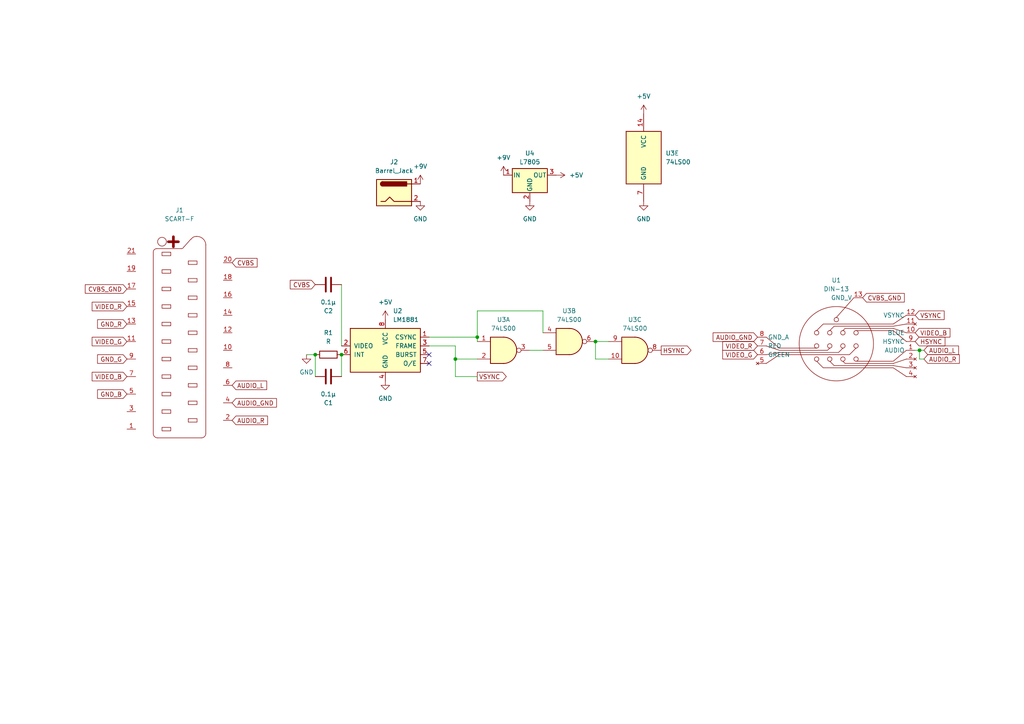
<source format=kicad_sch>
(kicad_sch (version 20230121) (generator eeschema)
  (paper "A4")
  (lib_symbols
    (symbol "74xx:74LS00" (pin_names (offset 1.016))
      (property "Reference" "U" (at 0 1.27 0))
      (property "Value" "74LS00" (at 0 -1.27 0))
      (symbol "74LS00_1_1"
        (arc (start 0 -3.81) (mid 3.7934 0) (end 0 3.81) (stroke (width 0.254)) (fill (type background)))
        (polyline (pts (xy 0 3.81) (xy -3.81 3.81) (xy -3.81 -3.81) (xy 0 -3.81)) (stroke (width 0.254)) (fill (type background)))
        (pin input line (at -7.62 2.54 0) (length 3.81) (name "~") (number "1"))
        (pin input line (at -7.62 -2.54 0) (length 3.81) (name "~") (number "2"))
        (pin output inverted (at 7.62 0 180) (length 3.81) (name "~") (number "3"))
      )
      (symbol "74LS00_1_2"
        (arc (start -3.81 -3.81) (mid -2.589 0) (end -3.81 3.81) (stroke (width 0.254)))
        (arc (start -0.6096 -3.81) (mid 2.1842 -2.5851) (end 3.81 0) (stroke (width 0.254)) (fill (type background)))
        (polyline (pts (xy -3.81 -3.81) (xy -0.635 -3.81)) (stroke (width 0.254)) (fill (type background)))
        (polyline (pts (xy -3.81 3.81) (xy -0.635 3.81)) (stroke (width 0.254)) (fill (type background)))
        (polyline (pts (xy -0.635 3.81) (xy -3.81 3.81) (xy -3.81 3.81) (xy -3.556 3.4036) (xy -3.0226 2.2606) (xy -2.6924 1.0414) (xy -2.6162 -0.254) (xy -2.7686 -1.4986) (xy -3.175 -2.7178) (xy -3.81 -3.81) (xy -3.81 -3.81) (xy -0.635 -3.81)) (stroke (width -25.4)) (fill (type background)))
        (arc (start 3.81 0) (mid 2.1915 2.5936) (end -0.6096 3.81) (stroke (width 0.254)) (fill (type background)))
        (pin input inverted (at -7.62 2.54 0) (length 4.318) (name "~") (number "1"))
        (pin input inverted (at -7.62 -2.54 0) (length 4.318) (name "~") (number "2"))
        (pin output line (at 7.62 0 180) (length 3.81) (name "~") (number "3"))
      )
      (symbol "74LS00_2_1"
        (arc (start 0 -3.81) (mid 3.7934 0) (end 0 3.81) (stroke (width 0.254)) (fill (type background)))
        (polyline (pts (xy 0 3.81) (xy -3.81 3.81) (xy -3.81 -3.81) (xy 0 -3.81)) (stroke (width 0.254)) (fill (type background)))
        (pin input line (at -7.62 2.54 0) (length 3.81) (name "~") (number "4"))
        (pin input line (at -7.62 -2.54 0) (length 3.81) (name "~") (number "5"))
        (pin output inverted (at 7.62 0 180) (length 3.81) (name "~") (number "6"))
      )
      (symbol "74LS00_2_2"
        (arc (start -3.81 -3.81) (mid -2.589 0) (end -3.81 3.81) (stroke (width 0.254)))
        (arc (start -0.6096 -3.81) (mid 2.1842 -2.5851) (end 3.81 0) (stroke (width 0.254)) (fill (type background)))
        (polyline (pts (xy -3.81 -3.81) (xy -0.635 -3.81)) (stroke (width 0.254)) (fill (type background)))
        (polyline (pts (xy -3.81 3.81) (xy -0.635 3.81)) (stroke (width 0.254)) (fill (type background)))
        (polyline (pts (xy -0.635 3.81) (xy -3.81 3.81) (xy -3.81 3.81) (xy -3.556 3.4036) (xy -3.0226 2.2606) (xy -2.6924 1.0414) (xy -2.6162 -0.254) (xy -2.7686 -1.4986) (xy -3.175 -2.7178) (xy -3.81 -3.81) (xy -3.81 -3.81) (xy -0.635 -3.81)) (stroke (width -25.4)) (fill (type background)))
        (arc (start 3.81 0) (mid 2.1915 2.5936) (end -0.6096 3.81) (stroke (width 0.254)) (fill (type background)))
        (pin input inverted (at -7.62 2.54 0) (length 4.318) (name "~") (number "4"))
        (pin input inverted (at -7.62 -2.54 0) (length 4.318) (name "~") (number "5"))
        (pin output line (at 7.62 0 180) (length 3.81) (name "~") (number "6"))
      )
      (symbol "74LS00_3_1"
        (arc (start 0 -3.81) (mid 3.7934 0) (end 0 3.81) (stroke (width 0.254)) (fill (type background)))
        (polyline (pts (xy 0 3.81) (xy -3.81 3.81) (xy -3.81 -3.81) (xy 0 -3.81)) (stroke (width 0.254)) (fill (type background)))
        (pin input line (at -7.62 -2.54 0) (length 3.81) (name "~") (number "10"))
        (pin output inverted (at 7.62 0 180) (length 3.81) (name "~") (number "8"))
        (pin input line (at -7.62 2.54 0) (length 3.81) (name "~") (number "9"))
      )
      (symbol "74LS00_3_2"
        (arc (start -3.81 -3.81) (mid -2.589 0) (end -3.81 3.81) (stroke (width 0.254)))
        (arc (start -0.6096 -3.81) (mid 2.1842 -2.5851) (end 3.81 0) (stroke (width 0.254)) (fill (type background)))
        (polyline (pts (xy -3.81 -3.81) (xy -0.635 -3.81)) (stroke (width 0.254)) (fill (type background)))
        (polyline (pts (xy -3.81 3.81) (xy -0.635 3.81)) (stroke (width 0.254)) (fill (type background)))
        (polyline (pts (xy -0.635 3.81) (xy -3.81 3.81) (xy -3.81 3.81) (xy -3.556 3.4036) (xy -3.0226 2.2606) (xy -2.6924 1.0414) (xy -2.6162 -0.254) (xy -2.7686 -1.4986) (xy -3.175 -2.7178) (xy -3.81 -3.81) (xy -3.81 -3.81) (xy -0.635 -3.81)) (stroke (width -25.4)) (fill (type background)))
        (arc (start 3.81 0) (mid 2.1915 2.5936) (end -0.6096 3.81) (stroke (width 0.254)) (fill (type background)))
        (pin input inverted (at -7.62 -2.54 0) (length 4.318) (name "~") (number "10"))
        (pin output line (at 7.62 0 180) (length 3.81) (name "~") (number "8"))
        (pin input inverted (at -7.62 2.54 0) (length 4.318) (name "~") (number "9"))
      )
      (symbol "74LS00_4_1"
        (arc (start 0 -3.81) (mid 3.7934 0) (end 0 3.81) (stroke (width 0.254)) (fill (type background)))
        (polyline (pts (xy 0 3.81) (xy -3.81 3.81) (xy -3.81 -3.81) (xy 0 -3.81)) (stroke (width 0.254)) (fill (type background)))
        (pin output inverted (at 7.62 0 180) (length 3.81) (name "~") (number "11"))
        (pin input line (at -7.62 2.54 0) (length 3.81) (name "~") (number "12"))
        (pin input line (at -7.62 -2.54 0) (length 3.81) (name "~") (number "13"))
      )
      (symbol "74LS00_4_2"
        (arc (start -3.81 -3.81) (mid -2.589 0) (end -3.81 3.81) (stroke (width 0.254)))
        (arc (start -0.6096 -3.81) (mid 2.1842 -2.5851) (end 3.81 0) (stroke (width 0.254)) (fill (type background)))
        (polyline (pts (xy -3.81 -3.81) (xy -0.635 -3.81)) (stroke (width 0.254)) (fill (type background)))
        (polyline (pts (xy -3.81 3.81) (xy -0.635 3.81)) (stroke (width 0.254)) (fill (type background)))
        (polyline (pts (xy -0.635 3.81) (xy -3.81 3.81) (xy -3.81 3.81) (xy -3.556 3.4036) (xy -3.0226 2.2606) (xy -2.6924 1.0414) (xy -2.6162 -0.254) (xy -2.7686 -1.4986) (xy -3.175 -2.7178) (xy -3.81 -3.81) (xy -3.81 -3.81) (xy -0.635 -3.81)) (stroke (width -25.4)) (fill (type background)))
        (arc (start 3.81 0) (mid 2.1915 2.5936) (end -0.6096 3.81) (stroke (width 0.254)) (fill (type background)))
        (pin output line (at 7.62 0 180) (length 3.81) (name "~") (number "11"))
        (pin input inverted (at -7.62 2.54 0) (length 4.318) (name "~") (number "12"))
        (pin input inverted (at -7.62 -2.54 0) (length 4.318) (name "~") (number "13"))
      )
      (symbol "74LS00_5_0"
        (pin power_in line (at 0 12.7 270) (length 5.08) (name "VCC") (number "14"))
        (pin power_in line (at 0 -12.7 90) (length 5.08) (name "GND") (number "7"))
      )
      (symbol "74LS00_5_1"
        (rectangle (start -5.08 7.62) (end 5.08 -7.62) (stroke (width 0.254)) (fill (type background)))
      )
    )
    (symbol "Connector:Barrel_Jack" (pin_names (offset 1.016))
      (property "Reference" "J" (at 0 5.334 0))
      (property "Value" "Barrel_Jack" (at 0 -5.08 0))
      (symbol "Barrel_Jack_0_1"
        (rectangle (start -5.08 3.81) (end 5.08 -3.81) (stroke (width 0.254)) (fill (type background)))
        (arc (start -3.302 3.175) (mid -3.9343 2.54) (end -3.302 1.905) (stroke (width 0.254)))
        (arc (start -3.302 3.175) (mid -3.9343 2.54) (end -3.302 1.905) (stroke (width 0.254)) (fill (type outline)))
        (polyline (pts (xy 5.08 2.54) (xy 3.81 2.54)) (stroke (width 0.254)))
        (polyline (pts (xy -3.81 -2.54) (xy -2.54 -2.54) (xy -1.27 -1.27) (xy 0 -2.54) (xy 2.54 -2.54) (xy 5.08 -2.54)) (stroke (width 0.254)))
        (rectangle (start 3.683 3.175) (end -3.302 1.905) (stroke (width 0.254)) (fill (type outline)))
      )
      (symbol "Barrel_Jack_1_1"
        (pin passive line (at 7.62 2.54 180) (length 2.54) (name "~") (number "1"))
        (pin passive line (at 7.62 -2.54 180) (length 2.54) (name "~") (number "2"))
      )
    )
    (symbol "Connector:SCART-F" (pin_names (offset 0.762) hide)
      (property "Reference" "J" (at 0 31.75 0))
      (property "Value" "SCART-F" (at 1.016 -29.21 0))
      (symbol "SCART-F_0_1"
        (arc (start -7.62 -26.67) (mid -7.248 -27.568) (end -6.35 -27.94))
        (arc (start -6.604 26.9494) (mid -7.3224 26.6518) (end -7.62 25.9334))
        (rectangle (start -5.08 -24.892) (end -2.54 -25.908))
        (rectangle (start -5.08 -19.812) (end -2.54 -20.828))
        (rectangle (start -5.08 -14.732) (end -2.54 -15.748))
        (rectangle (start -5.08 -9.652) (end -2.54 -10.668))
        (rectangle (start -5.08 -4.572) (end -2.54 -5.588))
        (rectangle (start -5.08 0.508) (end -2.54 -0.508))
        (rectangle (start -5.08 5.588) (end -2.54 4.572))
        (rectangle (start -5.08 10.668) (end -2.54 9.652))
        (rectangle (start -5.08 15.748) (end -2.54 14.732))
        (rectangle (start -5.08 20.828) (end -2.54 19.812))
        (rectangle (start -5.08 25.908) (end -2.54 24.892))
        (circle (center -5.08 28.956) (radius 1.27))
        (polyline (pts (xy -7.62 22.86) (xy -7.62 -26.67)))
        (polyline (pts (xy -7.62 22.86) (xy -7.62 24.13)))
        (polyline (pts (xy -7.62 24.6634) (xy -7.62 24.13)))
        (polyline (pts (xy -7.62 24.6634) (xy -7.62 25.9334)))
        (polyline (pts (xy -6.604 26.9494) (xy 0.508 26.9494)))
        (polyline (pts (xy -6.35 -27.94) (xy 6.35 -27.94)))
        (polyline (pts (xy 3.302 29.718) (xy 1.27 27.432)))
        (polyline (pts (xy 4.826 30.48) (xy 5.08 30.48)))
        (polyline (pts (xy 7.62 -26.67) (xy 7.62 28.2194)))
        (arc (start 0.508 26.924) (mid 0.9569 27.0702) (end 1.2192 27.4574))
        (rectangle (start 2.54 -22.352) (end 5.08 -23.368))
        (rectangle (start 2.54 -17.272) (end 5.08 -18.288))
        (rectangle (start 2.54 -12.192) (end 5.08 -13.208))
        (rectangle (start 2.54 -7.112) (end 5.08 -8.128))
        (rectangle (start 2.54 -2.032) (end 5.08 -3.048))
        (rectangle (start 2.54 3.048) (end 5.08 2.032))
        (rectangle (start 2.54 8.128) (end 5.08 7.112))
        (rectangle (start 2.54 13.208) (end 5.08 12.192))
        (rectangle (start 2.54 18.288) (end 5.08 17.272))
        (rectangle (start 2.54 23.368) (end 5.08 22.352))
        (arc (start 4.826 30.48) (mid 3.999 30.2726) (end 3.3782 29.6926))
        (arc (start 6.35 -27.94) (mid 7.248 -27.568) (end 7.62 -26.67))
        (arc (start 7.62 27.94) (mid 6.8761 29.7361) (end 5.08 30.48))
        (text "+" (at -1.778 29.21 0) (effects (font (size 3.81 3.81) bold)))
      )
      (symbol "SCART-F_1_1"
        (pin passive line (at -15.24 -25.4 0) (length 2.54) (name "P1") (number "1"))
        (pin passive line (at 15.24 -2.54 180) (length 2.54) (name "P10") (number "10"))
        (pin passive line (at -15.24 0 0) (length 2.54) (name "P11") (number "11"))
        (pin passive line (at 15.24 2.54 180) (length 2.54) (name "P12") (number "12"))
        (pin passive line (at -15.24 5.08 0) (length 2.54) (name "P13") (number "13"))
        (pin passive line (at 15.24 7.62 180) (length 2.54) (name "P14") (number "14"))
        (pin passive line (at -15.24 10.16 0) (length 2.54) (name "P15") (number "15"))
        (pin passive line (at 15.24 12.7 180) (length 2.54) (name "P16") (number "16"))
        (pin passive line (at -15.24 15.24 0) (length 2.54) (name "P17") (number "17"))
        (pin passive line (at 15.24 17.78 180) (length 2.54) (name "P18") (number "18"))
        (pin passive line (at -15.24 20.32 0) (length 2.54) (name "P19") (number "19"))
        (pin passive line (at 15.24 -22.86 180) (length 2.54) (name "P2") (number "2"))
        (pin passive line (at 15.24 22.86 180) (length 2.54) (name "P20") (number "20"))
        (pin passive line (at -15.24 25.4 0) (length 2.54) (name "P21") (number "21"))
        (pin passive line (at -15.24 -20.32 0) (length 2.54) (name "P3") (number "3"))
        (pin passive line (at 15.24 -17.78 180) (length 2.54) (name "P4") (number "4"))
        (pin passive line (at -15.24 -15.24 0) (length 2.54) (name "P5") (number "5"))
        (pin passive line (at 15.24 -12.7 180) (length 2.54) (name "P6") (number "6"))
        (pin passive line (at -15.24 -10.16 0) (length 2.54) (name "P7") (number "7"))
        (pin passive line (at 15.24 -7.62 180) (length 2.54) (name "P8") (number "8"))
        (pin passive line (at -15.24 -5.08 0) (length 2.54) (name "P9") (number "9"))
      )
    )
    (symbol "Device:C" (pin_numbers hide) (pin_names (offset 0.254))
      (property "Reference" "C" (at 0.635 2.54 0))
      (property "Value" "C" (at 0.635 -2.54 0))
      (symbol "C_0_1"
        (polyline (pts (xy -2.032 -0.762) (xy 2.032 -0.762)) (stroke (width 0.508)))
        (polyline (pts (xy -2.032 0.762) (xy 2.032 0.762)) (stroke (width 0.508)))
      )
      (symbol "C_1_1"
        (pin passive line (at 0 3.81 270) (length 2.794) (name "~") (number "1"))
        (pin passive line (at 0 -3.81 90) (length 2.794) (name "~") (number "2"))
      )
    )
    (symbol "Device:R" (pin_numbers hide) (pin_names (offset 0))
      (property "Reference" "R" (at 2.032 0 90))
      (property "Value" "R" (at 0 0 90))
      (symbol "R_0_1"
        (rectangle (start -1.016 -2.54) (end 1.016 2.54) (stroke (width 0.254)))
      )
      (symbol "R_1_1"
        (pin passive line (at 0 3.81 270) (length 1.27) (name "~") (number "1"))
        (pin passive line (at 0 -3.81 90) (length 1.27) (name "~") (number "2"))
      )
    )
    (symbol "Regulator_Linear:L7805" (pin_names (offset 0.254))
      (property "Reference" "U" (at -3.81 3.175 0))
      (property "Value" "L7805" (at 0 3.175 0))
      (symbol "L7805_0_1"
        (rectangle (start -5.08 1.905) (end 5.08 -5.08) (stroke (width 0.254)) (fill (type background)))
      )
      (symbol "L7805_1_1"
        (pin power_in line (at -7.62 0 0) (length 2.54) (name "IN") (number "1"))
        (pin power_in line (at 0 -7.62 90) (length 2.54) (name "GND") (number "2"))
        (pin power_out line (at 7.62 0 180) (length 2.54) (name "OUT") (number "3"))
      )
    )
    (symbol "Video:LM1881" (pin_names (offset 1.016))
      (property "Reference" "U" (at -8.89 8.89 0))
      (property "Value" "LM1881" (at 6.35 8.89 0))
      (symbol "LM1881_0_1"
        (rectangle (start -10.16 7.62) (end 10.16 -5.08) (stroke (width 0.254)) (fill (type background)))
      )
      (symbol "LM1881_1_1"
        (pin output line (at 12.7 5.08 180) (length 2.54) (name "CSYNC") (number "1"))
        (pin input line (at -12.7 2.54 0) (length 2.54) (name "VIDEO") (number "2"))
        (pin output line (at 12.7 2.54 180) (length 2.54) (name "FRAME") (number "3"))
        (pin power_in line (at 0 -7.62 90) (length 2.54) (name "GND") (number "4"))
        (pin output line (at 12.7 0 180) (length 2.54) (name "BURST") (number "5"))
        (pin input line (at -12.7 0 0) (length 2.54) (name "INT") (number "6"))
        (pin output line (at 12.7 -2.54 180) (length 2.54) (name "O/E") (number "7"))
        (pin power_in line (at 0 10.16 270) (length 2.54) (name "VCC") (number "8"))
      )
    )
    (symbol "power:+5V" (power) (pin_names (offset 0))
      (property "Value" "+5V" (at 0 3.556 0))
      (symbol "+5V_0_1"
        (polyline (pts (xy -0.762 1.27) (xy 0 2.54)))
        (polyline (pts (xy 0 0) (xy 0 2.54)))
        (polyline (pts (xy 0 2.54) (xy 0.762 1.27)))
      )
      (symbol "+5V_1_1"
        (pin power_in line (at 0 0 90) (length 0) hide (name "+5V") (number "1"))
      )
    )
    (symbol "power:+9V" (power) (pin_names (offset 0))
      (property "Value" "+9V" (at 0 3.556 0))
      (symbol "+9V_0_1"
        (polyline (pts (xy -0.762 1.27) (xy 0 2.54)))
        (polyline (pts (xy 0 0) (xy 0 2.54)))
        (polyline (pts (xy 0 2.54) (xy 0.762 1.27)))
      )
      (symbol "+9V_1_1"
        (pin power_in line (at 0 0 90) (length 0) hide (name "+9V") (number "1"))
      )
    )
    (symbol "power:GND" (power) (pin_names (offset 0))
      (property "Value" "GND" (at 0 -3.81 0))
      (symbol "GND_0_1"
        (polyline (pts (xy 0 0) (xy 0 -1.27) (xy 1.27 -1.27) (xy 0 -2.54) (xy -1.27 -1.27) (xy 0 -1.27)))
      )
      (symbol "GND_1_1"
        (pin power_in line (at 0 0 270) (length 0) hide (name "GND") (number "1"))
      )
    )
    (symbol "sc1224-scart:DIN-13"
      (property "Reference" "U" (at 0 -14.605 0))
      (property "Value" "DIN-13" (at 0 -12.7 0))
      (symbol "DIN-13_0_1"
        (circle (center -5.715 -5.08) (radius 0.635))
        (circle (center -5.715 -1.27) (radius 0.635))
        (circle (center -5.715 2.54) (radius 0.635))
        (circle (center -1.905 -5.08) (radius 0.635))
        (circle (center -1.905 -1.27) (radius 0.635))
        (circle (center -1.905 2.54) (radius 0.635))
        (circle (center 0 -0.635) (radius 10.7763))
        (polyline (pts (xy -20.32 -3.81) (xy -16.51 -3.175)))
        (polyline (pts (xy -20.32 -1.27) (xy -16.51 -2.54)))
        (polyline (pts (xy -20.32 1.27) (xy -16.51 -1.905)))
        (polyline (pts (xy -16.51 -3.81) (xy -20.32 -6.35)))
        (polyline (pts (xy -5.715 -1.905) (xy -16.51 -1.905)))
        (polyline (pts (xy 5.08 12.7) (xy 0 6.985)))
        (polyline (pts (xy 5.715 -5.715) (xy 16.51 -5.715)))
        (polyline (pts (xy 5.715 3.175) (xy 16.51 3.175)))
        (polyline (pts (xy 16.51 -7.62) (xy 20.32 -10.16)))
        (polyline (pts (xy 16.51 5.08) (xy 20.32 7.62)))
        (polyline (pts (xy 20.32 -7.62) (xy 16.51 -6.985)))
        (polyline (pts (xy 20.32 -5.08) (xy 16.51 -6.35)))
        (polyline (pts (xy 20.32 -2.54) (xy 16.51 -5.715)))
        (polyline (pts (xy 20.32 0) (xy 16.51 3.175)))
        (polyline (pts (xy 20.32 2.54) (xy 16.51 3.81)))
        (polyline (pts (xy 20.32 5.08) (xy 16.51 4.445)))
        (polyline (pts (xy -5.715 -5.715) (xy -3.81 -7.62) (xy 16.51 -7.62)))
        (polyline (pts (xy -5.715 3.175) (xy -3.81 5.08) (xy 16.51 5.08)))
        (polyline (pts (xy -1.905 -5.715) (xy -0.635 -6.985) (xy 16.51 -6.985)))
        (polyline (pts (xy -1.905 -1.905) (xy -2.54 -2.54) (xy -16.51 -2.54)))
        (polyline (pts (xy -1.905 3.175) (xy -0.635 4.445) (xy 16.51 4.445)))
        (polyline (pts (xy 1.905 -5.715) (xy 2.54 -6.35) (xy 16.51 -6.35)))
        (polyline (pts (xy 1.905 -1.905) (xy 0.635 -3.175) (xy -16.51 -3.175)))
        (polyline (pts (xy 1.905 3.175) (xy 2.54 3.81) (xy 16.51 3.81)))
        (polyline (pts (xy 5.715 -1.905) (xy 3.81 -3.81) (xy -16.51 -3.81)))
        (circle (center 0 6.35) (radius 0.635))
        (circle (center 1.905 -5.08) (radius 0.635))
        (circle (center 1.905 -1.27) (radius 0.635))
        (circle (center 1.905 2.54) (radius 0.635))
        (circle (center 5.715 -5.08) (radius 0.635))
        (circle (center 5.715 -1.27) (radius 0.635))
        (circle (center 5.715 2.54) (radius 0.635))
      )
      (symbol "DIN-13_1_1"
        (pin input line (at 22.86 -2.54 180) (length 2.54) (name "AUDIO") (number "1"))
        (pin input line (at 22.86 2.54 180) (length 2.54) (name "BLUE") (number "10"))
        (pin no_connect line (at 22.86 5.08 180) (length 2.54) (name "") (number "11"))
        (pin input line (at 22.86 7.62 180) (length 2.54) (name "VSYNC") (number "12"))
        (pin power_in line (at 7.62 12.7 180) (length 2.54) (name "GND_V") (number "13"))
        (pin no_connect line (at 22.86 -5.08 180) (length 2.54) (name "") (number "2"))
        (pin no_connect line (at 22.86 -7.62 180) (length 2.54) (name "") (number "3"))
        (pin no_connect line (at 22.86 -10.16 180) (length 2.54) (name "") (number "4"))
        (pin no_connect line (at -22.86 -6.35 0) (length 2.54) (name "") (number "5"))
        (pin input line (at -22.86 -3.81 0) (length 2.54) (name "GREEN") (number "6"))
        (pin input line (at -22.86 -1.27 0) (length 2.54) (name "RED") (number "7"))
        (pin power_in line (at -22.86 1.27 0) (length 2.54) (name "GND_A") (number "8"))
        (pin input line (at 22.86 0 180) (length 2.54) (name "HSYNC") (number "9"))
      )
    )
  )
  (junction (at 99.06 102.87))
  (junction (at 266.7 101.6))
  (junction (at 138.43 97.79))
  (junction (at 132.08 104.14))
  (junction (at 172.72 99.06))
  (junction (at 91.44 102.87))
  (no_connect (at 124.46 105.41))
  (no_connect (at 124.46 102.87))
  (wire (pts (xy 267.97 101.6) (xy 266.7 101.6)))
  (wire (pts (xy 138.43 90.17) (xy 157.48 90.17)))
  (wire (pts (xy 153.67 101.6) (xy 157.48 101.6)))
  (wire (pts (xy 172.72 104.14) (xy 176.53 104.14)))
  (wire (pts (xy 132.08 104.14) (xy 138.43 104.14)))
  (wire (pts (xy 138.43 97.79) (xy 138.43 99.06)))
  (wire (pts (xy 266.7 101.6) (xy 266.7 104.14)))
  (wire (pts (xy 132.08 100.33) (xy 132.08 104.14)))
  (wire (pts (xy 124.46 97.79) (xy 138.43 97.79)))
  (wire (pts (xy 172.72 99.06) (xy 172.72 104.14)))
  (wire (pts (xy 124.46 100.33) (xy 132.08 100.33)))
  (wire (pts (xy 99.06 82.55) (xy 99.06 100.33)))
  (wire (pts (xy 132.08 104.14) (xy 132.08 109.22)))
  (wire (pts (xy 99.06 102.87) (xy 99.06 109.22)))
  (wire (pts (xy 91.44 102.87) (xy 91.44 109.22)))
  (wire (pts (xy 88.9 102.87) (xy 91.44 102.87)))
  (wire (pts (xy 172.72 99.06) (xy 176.53 99.06)))
  (wire (pts (xy 157.48 90.17) (xy 157.48 96.52)))
  (wire (pts (xy 266.7 104.14) (xy 267.97 104.14)))
  (wire (pts (xy 132.08 109.22) (xy 138.43 109.22)))
  (wire (pts (xy 265.43 101.6) (xy 266.7 101.6)))
  (wire (pts (xy 138.43 97.79) (xy 138.43 90.17)))
  (global_label "AUDIO_R" (shape input) (at 267.97 104.14 0) (property "Intersheetrefs" "${INTERSHEET_REFS}" (effects hide)))
  (global_label "VIDEO_R" (shape input) (at 36.83 88.9 180) (property "Intersheetrefs" "${INTERSHEET_REFS}" (effects hide)))
  (global_label "GND_R" (shape input) (at 36.83 93.98 180) (property "Intersheetrefs" "${INTERSHEET_REFS}" (effects hide)))
  (global_label "GND_B" (shape input) (at 36.83 114.3 180) (property "Intersheetrefs" "${INTERSHEET_REFS}" (effects hide)))
  (global_label "CVBS" (shape input) (at 91.44 82.55 180) (property "Intersheetrefs" "${INTERSHEET_REFS}" (effects hide)))
  (global_label "CVBS" (shape input) (at 67.31 76.2 0) (property "Intersheetrefs" "${INTERSHEET_REFS}" (effects hide)))
  (global_label "VIDEO_G" (shape input) (at 36.83 99.06 180) (property "Intersheetrefs" "${INTERSHEET_REFS}" (effects hide)))
  (global_label "VIDEO_G" (shape input) (at 219.71 102.87 180) (property "Intersheetrefs" "${INTERSHEET_REFS}" (effects hide)))
  (global_label "CVBS_GND" (shape input) (at 36.83 83.82 180) (property "Intersheetrefs" "${INTERSHEET_REFS}" (effects hide)))
  (global_label "GND_G" (shape input) (at 36.83 104.14 180) (property "Intersheetrefs" "${INTERSHEET_REFS}" (effects hide)))
  (global_label "HSYNC" (shape output) (at 191.77 101.6 0) (property "Intersheetrefs" "${INTERSHEET_REFS}" (effects hide)))
  (global_label "VSYNC" (shape input) (at 265.43 91.44 0) (property "Intersheetrefs" "${INTERSHEET_REFS}" (effects hide)))
  (global_label "CVBS_GND" (shape input) (at 250.19 86.36 0) (property "Intersheetrefs" "${INTERSHEET_REFS}" (effects hide)))
  (global_label "AUDIO_GND" (shape input) (at 67.31 116.84 0) (property "Intersheetrefs" "${INTERSHEET_REFS}" (effects hide)))
  (global_label "AUDIO_R" (shape input) (at 67.31 121.92 0) (property "Intersheetrefs" "${INTERSHEET_REFS}" (effects hide)))
  (global_label "VIDEO_B" (shape input) (at 265.43 96.52 0) (property "Intersheetrefs" "${INTERSHEET_REFS}" (effects hide)))
  (global_label "VIDEO_R" (shape input) (at 219.71 100.33 180) (property "Intersheetrefs" "${INTERSHEET_REFS}" (effects hide)))
  (global_label "VSYNC" (shape output) (at 138.43 109.22 0) (property "Intersheetrefs" "${INTERSHEET_REFS}" (effects hide)))
  (global_label "VIDEO_B" (shape input) (at 36.83 109.22 180) (property "Intersheetrefs" "${INTERSHEET_REFS}" (effects hide)))
  (global_label "AUDIO_L" (shape input) (at 267.97 101.6 0) (property "Intersheetrefs" "${INTERSHEET_REFS}" (effects hide)))
  (global_label "AUDIO_L" (shape input) (at 67.31 111.76 0) (property "Intersheetrefs" "${INTERSHEET_REFS}" (effects hide)))
  (global_label "AUDIO_GND" (shape input) (at 219.71 97.79 180) (property "Intersheetrefs" "${INTERSHEET_REFS}" (effects hide)))
  (global_label "HSYNC" (shape input) (at 265.43 99.06 0) (property "Intersheetrefs" "${INTERSHEET_REFS}" (effects hide)))
  (symbol (lib_id "Device:C") (at 95.25 82.55 90) (unit 1)
    (property "Reference" "C2" (at 95.25 90.17 90))
    (property "Value" "0.1µ" (at 95.25 87.63 90))
    (property "Footprint" "Capacitor_Tantalum_SMD:CP_EIA-2012-15_AVX-P_Pad1.30x1.05mm_HandSolder" (effects hide))
  )
  (symbol (lib_id "Device:C") (at 95.25 109.22 90) (unit 1)
    (property "Reference" "C1" (at 95.25 116.84 90))
    (property "Value" "0.1µ" (at 95.25 114.3 90))
    (property "Footprint" "Capacitor_Tantalum_SMD:CP_EIA-2012-15_AVX-P_Pad1.30x1.05mm_HandSolder" (effects hide))
  )
  (symbol (lib_id "Device:R") (at 95.25 102.87 90) (unit 1)
    (property "Reference" "R1" (at 95.25 96.52 90))
    (property "Value" "R" (at 95.25 99.06 90))
    (property "Footprint" "Resistor_SMD:R_0805_2012Metric_Pad1.20x1.40mm_HandSolder" (effects hide))
  )
  (symbol (lib_id "74xx:74LS00") (at 184.15 101.6 0) (unit 3)
    (property "Reference" "U3" (at 184.1417 92.71 0))
    (property "Value" "74LS00" (at 184.1417 95.25 0))
    (property "Footprint" "Package_SO:SSOP-14_5.3x6.2mm_P0.65mm" (effects hide))
    (property "Datasheet" "http://www.ti.com/lit/gpn/sn74ls00" (effects hide))
  )
  (symbol (lib_id "power:GND") (at 121.92 58.42 0) (unit 1)
    (property "Reference" "#PWR02" (effects hide))
    (property "Value" "GND" (at 121.92 63.5 0))
  )
  (symbol (lib_id "power:GND") (at 186.69 58.42 0) (unit 1)
    (property "Reference" "#PWR05" (effects hide))
    (property "Value" "GND" (at 186.69 63.5 0))
  )
  (symbol (lib_id "power:+5V") (at 111.76 92.71 0) (unit 1)
    (property "Reference" "#PWR08" (effects hide))
    (property "Value" "+5V" (at 111.76 87.63 0))
  )
  (symbol (lib_id "Regulator_Linear:L7805") (at 153.67 50.8 0) (unit 1)
    (property "Reference" "U4" (at 153.67 44.45 0))
    (property "Value" "L7805" (at 153.67 46.99 0))
    (property "Footprint" "Connector_PinHeader_2.54mm:PinHeader_1x03_P2.54mm_Vertical" (effects hide))
    (property "Datasheet" "http://www.st.com/content/ccc/resource/technical/document/datasheet/41/4f/b3/b0/12/d4/47/88/CD00000444.pdf/files/CD00000444.pdf/jcr:content/translations/en.CD00000444.pdf" (effects hide))
  )
  (symbol (lib_id "power:+9V") (at 146.05 50.8 0) (unit 1)
    (property "Reference" "#PWR03" (effects hide))
    (property "Value" "+9V" (at 146.05 45.72 0))
  )
  (symbol (lib_id "Connector:Barrel_Jack") (at 114.3 55.88 0) (unit 1)
    (property "Reference" "J2" (at 114.3 46.99 0))
    (property "Value" "Barrel_Jack" (at 114.3 49.53 0))
    (property "Footprint" "Connector_BarrelJack:BarrelJack_Wuerth_6941xx301002" (effects hide))
  )
  (symbol (lib_id "74xx:74LS00") (at 186.69 45.72 0) (unit 5)
    (property "Reference" "U3" (at 193.04 44.45 0) (effects (justify left)))
    (property "Value" "74LS00" (at 193.04 46.99 0) (effects (justify left)))
    (property "Footprint" "Package_SO:SSOP-14_5.3x6.2mm_P0.65mm" (effects hide))
    (property "Datasheet" "http://www.ti.com/lit/gpn/sn74ls00" (effects hide))
  )
  (symbol (lib_id "power:GND") (at 111.76 110.49 0) (unit 1)
    (property "Reference" "#PWR09" (effects hide))
    (property "Value" "GND" (at 111.76 115.57 0))
  )
  (symbol (lib_id "power:GND") (at 153.67 58.42 0) (unit 1)
    (property "Reference" "#PWR06" (effects hide))
    (property "Value" "GND" (at 153.67 63.5 0))
  )
  (symbol (lib_id "power:+5V") (at 186.69 33.02 0) (unit 1)
    (property "Reference" "#PWR07" (effects hide))
    (property "Value" "+5V" (at 186.69 27.94 0))
  )
  (symbol (lib_id "power:+9V") (at 121.92 53.34 0) (unit 1)
    (property "Reference" "#PWR01" (effects hide))
    (property "Value" "+9V" (at 121.92 48.26 0))
  )
  (symbol (lib_id "power:+5V") (at 161.29 50.8 270) (unit 1)
    (property "Reference" "#PWR04" (effects hide))
    (property "Value" "+5V" (at 165.1 50.8 90) (effects (justify left)))
  )
  (symbol (lib_id "74xx:74LS00") (at 165.1 99.06 0) (unit 2)
    (property "Reference" "U3" (at 165.0917 90.17 0))
    (property "Value" "74LS00" (at 165.0917 92.71 0))
    (property "Footprint" "Package_SO:SSOP-14_5.3x6.2mm_P0.65mm" (effects hide))
    (property "Datasheet" "http://www.ti.com/lit/gpn/sn74ls00" (effects hide))
  )
  (symbol (lib_id "Video:LM1881") (at 111.76 102.87 0) (unit 1)
    (property "Reference" "U2" (at 113.9541 90.17 0) (effects (justify left)))
    (property "Value" "LM1881" (at 113.9541 92.71 0) (effects (justify left)))
    (property "Footprint" "Package_SO:SOIC-8_3.9x4.9mm_P1.27mm" (effects hide))
  )
  (symbol (lib_id "74xx:74LS00") (at 146.05 101.6 0) (unit 1)
    (property "Reference" "U3" (at 146.0417 92.71 0))
    (property "Value" "74LS00" (at 146.0417 95.25 0))
    (property "Footprint" "Package_SO:SSOP-14_5.3x6.2mm_P0.65mm" (effects hide))
    (property "Datasheet" "http://www.ti.com/lit/gpn/sn74ls00" (effects hide))
  )
  (symbol (lib_id "Connector:SCART-F") (at 52.07 99.06 0) (unit 1)
    (property "Reference" "J1" (at 52.07 60.96 0))
    (property "Value" "SCART-F" (at 52.07 63.5 0))
    (property "Footprint" "sc1224-scart:SCART" (effects hide))
    (property "Datasheet" " ~" (effects hide))
  )
  (symbol (lib_id "power:GND") (at 88.9 102.87 0) (unit 1)
    (property "Reference" "#PWR010" (effects hide))
    (property "Value" "GND" (at 88.9 107.95 0))
  )
  (symbol (lib_id "sc1224-scart:DIN-13") (at 242.57 99.06 0) (unit 1)
    (property "Reference" "U1" (at 242.57 81.28 0))
    (property "Value" "DIN-13" (at 242.57 83.82 0))
    (property "Footprint" "sc1224-scart:DIN-13" (effects hide))
  )
)
</source>
